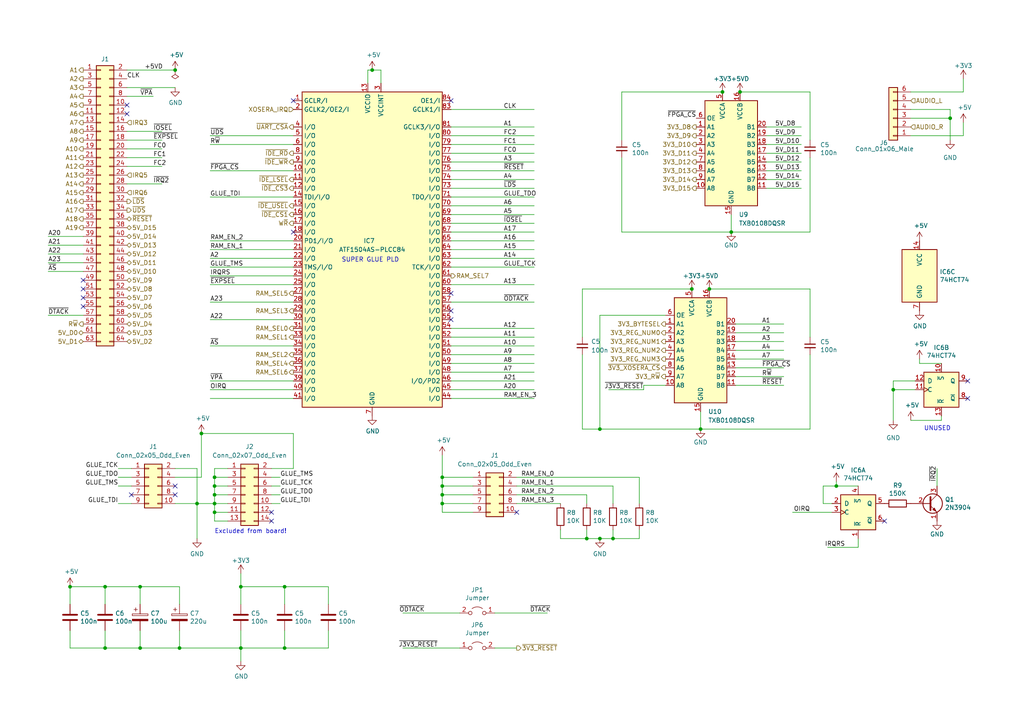
<source format=kicad_sch>
(kicad_sch (version 20230121) (generator eeschema)
  (paper "A4")
  (title_block (title "rosco_m68k Super Board") (date "2024-02-11") (rev "0") (company "The Really Old-School Company Limited & XarkLabs") (comment 1 "Copyright (c)2023") (comment 2 "CERN OHL & MIT License") (comment 3 "Featuring Xosera & MarkM's IDE"))
  (junction (at 212.09 67.31))
  (junction (at 30.48 187.96))
  (junction (at 209.55 26.67))
  (junction (at 20.32 170.18))
  (junction (at 69.85 170.18))
  (junction (at 82.55 170.18))
  (junction (at 82.55 187.96))
  (junction (at 177.8 156.21))
  (junction (at 62.23 146.05))
  (junction (at 173.99 124.46))
  (junction (at 107.95 20.32))
  (junction (at 40.64 170.18))
  (junction (at 57.15 146.05))
  (junction (at 128.27 140.97))
  (junction (at 214.63 26.67))
  (junction (at 128.27 143.51))
  (junction (at 128.27 146.05))
  (junction (at 173.99 156.21))
  (junction (at 62.23 148.59))
  (junction (at 205.74 83.82))
  (junction (at 62.23 143.51))
  (junction (at 200.66 83.82))
  (junction (at 40.64 187.96))
  (junction (at 128.27 138.43))
  (junction (at 259.08 113.03))
  (junction (at 62.23 138.43))
  (junction (at 69.85 187.96))
  (junction (at 50.8 20.32))
  (junction (at 30.48 170.18))
  (junction (at 275.59 34.29))
  (junction (at 62.23 140.97))
  (junction (at 58.42 125.73))
  (junction (at 242.57 140.97))
  (junction (at 52.07 187.96))
  (junction (at 170.18 156.21))
  (junction (at 203.2 124.46))
  (no_connect (at 280.67 115.57))
  (no_connect (at 38.1 143.51))
  (no_connect (at 78.74 151.13))
  (no_connect (at 149.86 148.59))
  (no_connect (at 24.13 81.28))
  (no_connect (at 130.81 29.21))
  (no_connect (at 50.8 143.51))
  (no_connect (at 50.8 140.97))
  (no_connect (at 24.13 86.36))
  (no_connect (at 280.67 110.49))
  (no_connect (at 36.83 33.02))
  (no_connect (at 130.81 90.17))
  (no_connect (at 130.81 85.09))
  (no_connect (at 130.81 92.71))
  (no_connect (at 78.74 148.59))
  (no_connect (at 24.13 83.82))
  (no_connect (at 256.54 151.13))
  (no_connect (at 24.13 88.9))
  (no_connect (at 36.83 30.48))
  (no_connect (at 85.09 29.21))
  (no_connect (at 85.09 67.31))
  (wire (pts (xy 130.81 62.23) (xy 154.94 62.23)))
  (wire (pts (xy 162.56 156.21) (xy 162.56 153.67)))
  (wire (pts (xy 36.83 25.4) (xy 50.8 25.4)))
  (wire (pts (xy 234.95 67.31) (xy 234.95 45.72)))
  (wire (pts (xy 205.74 83.82) (xy 234.95 83.82)))
  (wire (pts (xy 85.09 125.73) (xy 58.42 125.73)))
  (wire (pts (xy 128.27 143.51) (xy 128.27 146.05)))
  (wire (pts (xy 62.23 135.89) (xy 66.04 135.89)))
  (wire (pts (xy 143.51 177.8) (xy 158.75 177.8)))
  (wire (pts (xy 186.69 111.76) (xy 193.04 111.76)))
  (wire (pts (xy 130.81 105.41) (xy 154.94 105.41)))
  (wire (pts (xy 69.85 187.96) (xy 52.07 187.96)))
  (wire (pts (xy 130.81 59.69) (xy 154.94 59.69)))
  (wire (pts (xy 60.96 74.93) (xy 85.09 74.93)))
  (wire (pts (xy 13.97 68.58) (xy 24.13 68.58)))
  (wire (pts (xy 60.96 49.53) (xy 85.09 49.53)))
  (wire (pts (xy 222.25 39.37) (xy 232.41 39.37)))
  (wire (pts (xy 234.95 26.67) (xy 234.95 40.64)))
  (wire (pts (xy 60.96 72.39) (xy 85.09 72.39)))
  (wire (pts (xy 130.81 31.75) (xy 154.94 31.75)))
  (wire (pts (xy 259.08 113.03) (xy 259.08 121.92)))
  (wire (pts (xy 82.55 170.18) (xy 69.85 170.18)))
  (wire (pts (xy 62.23 148.59) (xy 66.04 148.59)))
  (wire (pts (xy 20.32 170.18) (xy 30.48 170.18)))
  (wire (pts (xy 13.97 91.44) (xy 24.13 91.44)))
  (wire (pts (xy 173.99 156.21) (xy 177.8 156.21)))
  (wire (pts (xy 36.83 20.32) (xy 50.8 20.32)))
  (wire (pts (xy 30.48 182.88) (xy 30.48 187.96)))
  (wire (pts (xy 128.27 138.43) (xy 137.16 138.43)))
  (wire (pts (xy 36.83 43.18) (xy 46.99 43.18)))
  (wire (pts (xy 36.83 45.72) (xy 46.99 45.72)))
  (wire (pts (xy 234.95 124.46) (xy 234.95 102.87)))
  (wire (pts (xy 212.09 67.31) (xy 234.95 67.31)))
  (wire (pts (xy 78.74 135.89) (xy 85.09 135.89)))
  (wire (pts (xy 130.81 87.63) (xy 154.94 87.63)))
  (wire (pts (xy 213.36 106.68) (xy 227.33 106.68)))
  (wire (pts (xy 128.27 140.97) (xy 128.27 143.51)))
  (wire (pts (xy 214.63 26.67) (xy 234.95 26.67)))
  (wire (pts (xy 62.23 138.43) (xy 62.23 135.89)))
  (wire (pts (xy 82.55 187.96) (xy 82.55 182.88)))
  (wire (pts (xy 95.25 175.26) (xy 95.25 170.18)))
  (wire (pts (xy 240.03 158.75) (xy 248.92 158.75)))
  (wire (pts (xy 116.84 177.8) (xy 133.35 177.8)))
  (wire (pts (xy 168.91 124.46) (xy 173.99 124.46)))
  (wire (pts (xy 110.49 20.32) (xy 110.49 24.13)))
  (wire (pts (xy 52.07 175.26) (xy 52.07 170.18)))
  (wire (pts (xy 82.55 175.26) (xy 82.55 170.18)))
  (wire (pts (xy 128.27 138.43) (xy 128.27 140.97)))
  (wire (pts (xy 264.16 39.37) (xy 279.4 39.37)))
  (wire (pts (xy 170.18 153.67) (xy 170.18 156.21)))
  (wire (pts (xy 185.42 138.43) (xy 185.42 146.05)))
  (wire (pts (xy 259.08 110.49) (xy 259.08 113.03)))
  (wire (pts (xy 128.27 132.08) (xy 128.27 138.43)))
  (wire (pts (xy 95.25 170.18) (xy 82.55 170.18)))
  (wire (pts (xy 69.85 166.37) (xy 69.85 170.18)))
  (wire (pts (xy 62.23 151.13) (xy 66.04 151.13)))
  (wire (pts (xy 36.83 48.26) (xy 46.99 48.26)))
  (wire (pts (xy 180.34 67.31) (xy 212.09 67.31)))
  (wire (pts (xy 234.95 83.82) (xy 234.95 97.79)))
  (wire (pts (xy 264.16 26.67) (xy 279.4 26.67)))
  (wire (pts (xy 213.36 104.14) (xy 227.33 104.14)))
  (wire (pts (xy 130.81 72.39) (xy 154.94 72.39)))
  (wire (pts (xy 128.27 148.59) (xy 137.16 148.59)))
  (wire (pts (xy 213.36 93.98) (xy 227.33 93.98)))
  (wire (pts (xy 107.95 20.32) (xy 110.49 20.32)))
  (wire (pts (xy 128.27 140.97) (xy 137.16 140.97)))
  (wire (pts (xy 173.99 156.21) (xy 170.18 156.21)))
  (wire (pts (xy 273.05 105.41) (xy 266.7 105.41)))
  (wire (pts (xy 52.07 182.88) (xy 52.07 187.96)))
  (wire (pts (xy 259.08 113.03) (xy 265.43 113.03)))
  (wire (pts (xy 130.81 82.55) (xy 154.94 82.55)))
  (wire (pts (xy 168.91 124.46) (xy 168.91 102.87)))
  (wire (pts (xy 130.81 110.49) (xy 154.94 110.49)))
  (wire (pts (xy 266.7 105.41) (xy 266.7 104.14)))
  (wire (pts (xy 58.42 138.43) (xy 50.8 138.43)))
  (wire (pts (xy 170.18 156.21) (xy 162.56 156.21)))
  (wire (pts (xy 130.81 107.95) (xy 154.94 107.95)))
  (wire (pts (xy 130.81 57.15) (xy 154.94 57.15)))
  (wire (pts (xy 137.16 143.51) (xy 128.27 143.51)))
  (wire (pts (xy 57.15 146.05) (xy 62.23 146.05)))
  (wire (pts (xy 180.34 67.31) (xy 180.34 45.72)))
  (wire (pts (xy 60.96 77.47) (xy 85.09 77.47)))
  (wire (pts (xy 279.4 26.67) (xy 279.4 22.86)))
  (wire (pts (xy 60.96 82.55) (xy 85.09 82.55)))
  (wire (pts (xy 193.04 91.44) (xy 173.99 91.44)))
  (wire (pts (xy 185.42 156.21) (xy 185.42 153.67)))
  (wire (pts (xy 40.64 182.88) (xy 40.64 187.96)))
  (wire (pts (xy 222.25 49.53) (xy 232.41 49.53)))
  (wire (pts (xy 242.57 140.97) (xy 248.92 140.97)))
  (wire (pts (xy 130.81 95.25) (xy 154.94 95.25)))
  (wire (pts (xy 34.29 138.43) (xy 38.1 138.43)))
  (wire (pts (xy 30.48 170.18) (xy 40.64 170.18)))
  (wire (pts (xy 57.15 135.89) (xy 57.15 146.05)))
  (wire (pts (xy 130.81 102.87) (xy 154.94 102.87)))
  (wire (pts (xy 34.29 140.97) (xy 38.1 140.97)))
  (wire (pts (xy 57.15 146.05) (xy 57.15 156.21)))
  (wire (pts (xy 279.4 35.56) (xy 279.4 39.37)))
  (wire (pts (xy 149.86 138.43) (xy 185.42 138.43)))
  (wire (pts (xy 85.09 125.73) (xy 85.09 135.89)))
  (wire (pts (xy 62.23 146.05) (xy 66.04 146.05)))
  (wire (pts (xy 60.96 100.33) (xy 85.09 100.33)))
  (wire (pts (xy 203.2 124.46) (xy 234.95 124.46)))
  (wire (pts (xy 177.8 153.67) (xy 177.8 156.21)))
  (wire (pts (xy 60.96 110.49) (xy 85.09 110.49)))
  (wire (pts (xy 213.36 111.76) (xy 227.33 111.76)))
  (wire (pts (xy 106.68 24.13) (xy 106.68 20.32)))
  (wire (pts (xy 177.8 140.97) (xy 177.8 146.05)))
  (wire (pts (xy 130.81 97.79) (xy 154.94 97.79)))
  (wire (pts (xy 62.23 146.05) (xy 62.23 143.51)))
  (wire (pts (xy 50.8 146.05) (xy 57.15 146.05)))
  (wire (pts (xy 130.81 115.57) (xy 154.94 115.57)))
  (wire (pts (xy 62.23 143.51) (xy 62.23 140.97)))
  (wire (pts (xy 212.09 62.23) (xy 212.09 67.31)))
  (wire (pts (xy 95.25 187.96) (xy 95.25 182.88)))
  (wire (pts (xy 69.85 182.88) (xy 69.85 187.96)))
  (wire (pts (xy 222.25 54.61) (xy 232.41 54.61)))
  (wire (pts (xy 177.8 156.21) (xy 185.42 156.21)))
  (wire (pts (xy 30.48 175.26) (xy 30.48 170.18)))
  (wire (pts (xy 60.96 69.85) (xy 85.09 69.85)))
  (wire (pts (xy 69.85 187.96) (xy 69.85 191.77)))
  (wire (pts (xy 173.99 124.46) (xy 203.2 124.46)))
  (wire (pts (xy 222.25 46.99) (xy 232.41 46.99)))
  (wire (pts (xy 130.81 41.91) (xy 154.94 41.91)))
  (wire (pts (xy 130.81 67.31) (xy 154.94 67.31)))
  (wire (pts (xy 40.64 187.96) (xy 52.07 187.96)))
  (wire (pts (xy 213.36 99.06) (xy 227.33 99.06)))
  (wire (pts (xy 242.57 139.7) (xy 242.57 140.97)))
  (wire (pts (xy 170.18 143.51) (xy 170.18 146.05)))
  (wire (pts (xy 36.83 38.1) (xy 46.99 38.1)))
  (wire (pts (xy 130.81 64.77) (xy 154.94 64.77)))
  (wire (pts (xy 69.85 170.18) (xy 69.85 175.26)))
  (wire (pts (xy 62.23 143.51) (xy 66.04 143.51)))
  (wire (pts (xy 60.96 92.71) (xy 85.09 92.71)))
  (wire (pts (xy 50.8 135.89) (xy 57.15 135.89)))
  (wire (pts (xy 81.28 140.97) (xy 78.74 140.97)))
  (wire (pts (xy 168.91 83.82) (xy 200.66 83.82)))
  (wire (pts (xy 62.23 140.97) (xy 62.23 138.43)))
  (wire (pts (xy 238.76 140.97) (xy 242.57 140.97)))
  (wire (pts (xy 186.69 113.03) (xy 186.69 111.76)))
  (wire (pts (xy 36.83 53.34) (xy 46.99 53.34)))
  (wire (pts (xy 60.96 87.63) (xy 85.09 87.63)))
  (wire (pts (xy 222.25 41.91) (xy 232.41 41.91)))
  (wire (pts (xy 130.81 100.33) (xy 154.94 100.33)))
  (wire (pts (xy 130.81 74.93) (xy 154.94 74.93)))
  (wire (pts (xy 259.08 110.49) (xy 265.43 110.49)))
  (wire (pts (xy 130.81 49.53) (xy 154.94 49.53)))
  (wire (pts (xy 213.36 109.22) (xy 227.33 109.22)))
  (wire (pts (xy 34.29 146.05) (xy 38.1 146.05)))
  (wire (pts (xy 264.16 34.29) (xy 275.59 34.29)))
  (wire (pts (xy 34.29 135.89) (xy 38.1 135.89)))
  (wire (pts (xy 81.28 143.51) (xy 78.74 143.51)))
  (wire (pts (xy 264.16 121.92) (xy 273.05 121.92)))
  (wire (pts (xy 62.23 138.43) (xy 66.04 138.43)))
  (wire (pts (xy 238.76 146.05) (xy 241.3 146.05)))
  (wire (pts (xy 229.87 148.59) (xy 241.3 148.59)))
  (wire (pts (xy 130.81 52.07) (xy 154.94 52.07)))
  (wire (pts (xy 81.28 138.43) (xy 78.74 138.43)))
  (wire (pts (xy 238.76 140.97) (xy 238.76 146.05)))
  (wire (pts (xy 62.23 148.59) (xy 62.23 151.13)))
  (wire (pts (xy 69.85 187.96) (xy 82.55 187.96)))
  (wire (pts (xy 143.51 187.96) (xy 149.86 187.96)))
  (wire (pts (xy 20.32 175.26) (xy 20.32 170.18)))
  (wire (pts (xy 116.84 187.96) (xy 133.35 187.96)))
  (wire (pts (xy 30.48 187.96) (xy 40.64 187.96)))
  (wire (pts (xy 275.59 31.75) (xy 275.59 34.29)))
  (wire (pts (xy 213.36 96.52) (xy 227.33 96.52)))
  (wire (pts (xy 40.64 170.18) (xy 52.07 170.18)))
  (wire (pts (xy 60.96 113.03) (xy 85.09 113.03)))
  (wire (pts (xy 213.36 101.6) (xy 227.33 101.6)))
  (wire (pts (xy 222.25 52.07) (xy 232.41 52.07)))
  (wire (pts (xy 20.32 187.96) (xy 30.48 187.96)))
  (wire (pts (xy 248.92 158.75) (xy 248.92 156.21)))
  (wire (pts (xy 180.34 40.64) (xy 180.34 26.67)))
  (wire (pts (xy 130.81 77.47) (xy 154.94 77.47)))
  (wire (pts (xy 60.96 57.15) (xy 85.09 57.15)))
  (wire (pts (xy 168.91 97.79) (xy 168.91 83.82)))
  (wire (pts (xy 173.99 91.44) (xy 173.99 124.46)))
  (wire (pts (xy 130.81 69.85) (xy 154.94 69.85)))
  (wire (pts (xy 82.55 187.96) (xy 95.25 187.96)))
  (wire (pts (xy 13.97 76.2) (xy 24.13 76.2)))
  (wire (pts (xy 60.96 41.91) (xy 85.09 41.91)))
  (wire (pts (xy 149.86 143.51) (xy 170.18 143.51)))
  (wire (pts (xy 130.81 39.37) (xy 154.94 39.37)))
  (wire (pts (xy 130.81 113.03) (xy 154.94 113.03)))
  (wire (pts (xy 176.53 113.03) (xy 186.69 113.03)))
  (wire (pts (xy 60.96 115.57) (xy 85.09 115.57)))
  (wire (pts (xy 130.81 46.99) (xy 154.94 46.99)))
  (wire (pts (xy 36.83 27.94) (xy 44.45 27.94)))
  (wire (pts (xy 62.23 146.05) (xy 62.23 148.59)))
  (wire (pts (xy 222.25 44.45) (xy 232.41 44.45)))
  (wire (pts (xy 40.64 175.26) (xy 40.64 170.18)))
  (wire (pts (xy 13.97 71.12) (xy 24.13 71.12)))
  (wire (pts (xy 20.32 182.88) (xy 20.32 187.96)))
  (wire (pts (xy 81.28 146.05) (xy 78.74 146.05)))
  (wire (pts (xy 180.34 26.67) (xy 209.55 26.67)))
  (wire (pts (xy 130.81 36.83) (xy 154.94 36.83)))
  (wire (pts (xy 58.42 125.73) (xy 58.42 138.43)))
  (wire (pts (xy 130.81 44.45) (xy 154.94 44.45)))
  (wire (pts (xy 271.78 135.89) (xy 271.78 140.97)))
  (wire (pts (xy 203.2 119.38) (xy 203.2 124.46)))
  (wire (pts (xy 149.86 140.97) (xy 177.8 140.97)))
  (wire (pts (xy 13.97 73.66) (xy 24.13 73.66)))
  (wire (pts (xy 264.16 31.75) (xy 275.59 31.75)))
  (wire (pts (xy 273.05 121.92) (xy 273.05 120.65)))
  (wire (pts (xy 149.86 146.05) (xy 162.56 146.05)))
  (wire (pts (xy 36.83 40.64) (xy 46.99 40.64)))
  (wire (pts (xy 128.27 146.05) (xy 137.16 146.05)))
  (wire (pts (xy 13.97 78.74) (xy 24.13 78.74)))
  (wire (pts (xy 62.23 140.97) (xy 66.04 140.97)))
  (wire (pts (xy 106.68 20.32) (xy 107.95 20.32)))
  (wire (pts (xy 60.96 39.37) (xy 85.09 39.37)))
  (wire (pts (xy 128.27 146.05) (xy 128.27 148.59)))
  (wire (pts (xy 130.81 54.61) (xy 154.94 54.61)))
  (wire (pts (xy 275.59 34.29) (xy 275.59 40.64)))
  (wire (pts (xy 60.96 80.01) (xy 85.09 80.01)))
  (wire (pts (xy 222.25 36.83) (xy 232.41 36.83)))
  (text "SUPER GLUE PLD" (at 99.06 76.2 0) (effects (font (size 1.27 1.27)) (justify left bottom)))
  (text "UNUSED" (at 267.97 125.095 0) (effects (font (size 1.27 1.27)) (justify left bottom)))
  (text "Excluded from board!" (at 62.23 154.94 0) (effects (font (size 1.27 1.27)) (justify left bottom)))
  (label "RAM_EN_3" (at 146.05 115.57 0))
  (label "A23" (at 13.97 76.2 0))
  (label "R~{W}" (at 220.98 109.22 0))
  (label "OIRQ" (at 234.95 148.59 180))
  (label "A12" (at 146.05 95.25 0))
  (label "~{J3V3_RESET}" (at 186.69 113.03 180))
  (label "GLUE_TCK" (at 81.28 140.97 0))
  (label "~{IOSEL}" (at 146.05 64.77 0))
  (label "~{ODTACK}" (at 123.19 177.8 180))
  (label "OIRQ" (at 60.96 113.03 0))
  (label "5V_D12" (at 224.79 46.99 0))
  (label "GLUE_TDI" (at 34.29 146.05 180))
  (label "~{UDS}" (at 60.96 39.37 0))
  (label "~{AS}" (at 13.97 78.74 0))
  (label "A3" (at 220.98 99.06 0))
  (label "FC0" (at 146.05 44.45 0))
  (label "A6" (at 146.05 59.69 0))
  (label "A7" (at 146.05 107.95 0))
  (label "5V_D8" (at 224.79 36.83 0))
  (label "GLUE_TMS" (at 81.28 138.43 0))
  (label "A13" (at 146.05 82.55 0))
  (label "~{AS}" (at 60.96 100.33 0))
  (label "GLUE_TCK" (at 34.29 135.89 180))
  (label "~{VPA}" (at 60.96 110.49 0))
  (label "R~{W}" (at 60.96 41.91 0))
  (label "A8" (at 146.05 105.41 0))
  (label "RAM_EN_2" (at 151.13 143.51 0))
  (label "~{EXPSEL}" (at 60.96 82.55 0))
  (label "5V_D11" (at 224.79 44.45 0))
  (label "A3" (at 146.05 46.99 0))
  (label "RAM_EN_2" (at 60.96 69.85 0))
  (label "~{IRQ2}" (at 44.45 53.34 0))
  (label "FC2" (at 44.45 48.26 0))
  (label "~{ODTACK}" (at 146.05 87.63 0))
  (label "A1" (at 220.98 93.98 0))
  (label "CLK" (at 36.83 22.86 0))
  (label "~{VPA}" (at 40.64 27.94 0))
  (label "GLUE_TDO" (at 146.05 57.15 0))
  (label "5V_D9" (at 224.79 39.37 0))
  (label "A20" (at 13.97 68.58 0))
  (label "~{J3V3_RESET}" (at 127 187.96 180))
  (label "A10" (at 146.05 100.33 0))
  (label "FC1" (at 44.45 45.72 0))
  (label "5V_D15" (at 224.79 54.61 0))
  (label "GLUE_TDI" (at 81.28 146.05 0))
  (label "IRQRS" (at 245.11 158.75 180))
  (label "A2" (at 60.96 74.93 0))
  (label "A5" (at 146.05 62.23 0))
  (label "~{IOSEL}" (at 44.45 38.1 0))
  (label "IRQRS" (at 60.96 80.01 0))
  (label "RAM_EN_1" (at 151.13 140.97 0))
  (label "A14" (at 146.05 74.93 0))
  (label "~{IRQ2}" (at 271.78 139.7 90))
  (label "RAM_EN_3" (at 151.13 146.05 0))
  (label "5V_D14" (at 224.79 52.07 0))
  (label "~{FPGA_CS}" (at 220.98 106.68 0))
  (label "CLK" (at 146.05 31.75 0))
  (label "A17" (at 146.05 67.31 0))
  (label "A20" (at 146.05 113.03 0))
  (label "5V_D10" (at 224.79 41.91 0))
  (label "A22" (at 13.97 73.66 0))
  (label "A2" (at 220.98 96.52 0))
  (label "~{FPGA_CS}" (at 60.96 49.53 0))
  (label "GLUE_TDO" (at 81.28 143.51 0))
  (label "A21" (at 146.05 110.49 0))
  (label "A1" (at 146.05 36.83 0))
  (label "GLUE_TDI" (at 60.96 57.15 0))
  (label "GLUE_TMS" (at 60.96 77.47 0))
  (label "A9" (at 146.05 102.87 0))
  (label "A4" (at 146.05 52.07 0))
  (label "FC2" (at 146.05 39.37 0))
  (label "GLUE_TMS" (at 34.29 140.97 180))
  (label "A22" (at 60.96 92.71 0))
  (label "A15" (at 146.05 72.39 0))
  (label "~{FPGA_CS}" (at 201.93 34.29 180))
  (label "~{DTACK}" (at 153.67 177.8 0))
  (label "~{EXPSEL}" (at 44.45 40.64 0))
  (label "A16" (at 146.05 69.85 0))
  (label "A7" (at 220.98 104.14 0))
  (label "~{RESET}" (at 146.05 49.53 0))
  (label "A21" (at 13.97 71.12 0))
  (label "~{RESET}" (at 220.98 111.76 0))
  (label "~{LDS}" (at 146.05 54.61 0))
  (label "GLUE_TCK" (at 146.05 77.47 0))
  (label "RAM_EN_1" (at 60.96 72.39 0))
  (label "+5VD" (at 41.91 20.32 0))
  (label "RAM_EN_0" (at 151.13 138.43 0))
  (label "A11" (at 146.05 97.79 0))
  (label "A23" (at 60.96 87.63 0))
  (label "GLUE_TDO" (at 34.29 138.43 180))
  (label "FC0" (at 44.45 43.18 0))
  (label "FC1" (at 146.05 41.91 0))
  (label "A4" (at 220.98 101.6 0))
  (label "~{DTACK}" (at 13.97 91.44 0))
  (label "5V_D13" (at 224.79 49.53 0))
  (hierarchical_label "5V_D6" (shape bidirectional) (at 36.83 88.9 0))
  (hierarchical_label "A16" (shape output) (at 24.13 58.42 180))
  (hierarchical_label "~{IDE_CS3}" (shape output) (at 85.09 54.61 180))
  (hierarchical_label "5V_D15" (shape bidirectional) (at 36.83 66.04 0))
  (hierarchical_label "~{IDE_RD}" (shape output) (at 85.09 44.45 180))
  (hierarchical_label "~{IDE_USEL}" (shape output) (at 85.09 59.69 180))
  (hierarchical_label "A2" (shape output) (at 24.13 22.86 180))
  (hierarchical_label "W~{R}" (shape output) (at 85.09 64.77 180))
  (hierarchical_label "3V3_REG_NUM1" (shape output) (at 193.04 99.06 180))
  (hierarchical_label "A17" (shape output) (at 24.13 60.96 180))
  (hierarchical_label "A19" (shape output) (at 24.13 66.04 180))
  (hierarchical_label "IRQ6" (shape input) (at 36.83 55.88 0))
  (hierarchical_label "A11" (shape output) (at 24.13 45.72 180))
  (hierarchical_label "A4" (shape output) (at 24.13 27.94 180))
  (hierarchical_label "5V_D13" (shape bidirectional) (at 36.83 71.12 0))
  (hierarchical_label "A3" (shape output) (at 24.13 25.4 180))
  (hierarchical_label "A5" (shape output) (at 24.13 30.48 180))
  (hierarchical_label "3V3_D13" (shape output) (at 201.93 49.53 180))
  (hierarchical_label "~{UDS}" (shape output) (at 36.83 60.96 0))
  (hierarchical_label "A14" (shape output) (at 24.13 53.34 180))
  (hierarchical_label "~{RESET}" (shape bidirectional) (at 36.83 63.5 0))
  (hierarchical_label "3V3_D10" (shape output) (at 201.93 41.91 180))
  (hierarchical_label "5V_D11" (shape bidirectional) (at 36.83 76.2 0))
  (hierarchical_label "A9" (shape output) (at 24.13 40.64 180))
  (hierarchical_label "A15" (shape output) (at 24.13 55.88 180))
  (hierarchical_label "A1" (shape output) (at 24.13 20.32 180))
  (hierarchical_label "R~{W}" (shape output) (at 24.13 93.98 180))
  (hierarchical_label "~{IDE_WR}" (shape output) (at 85.09 46.99 180))
  (hierarchical_label "3V3_D12" (shape output) (at 201.93 46.99 180))
  (hierarchical_label "5V_D0" (shape bidirectional) (at 24.13 96.52 180))
  (hierarchical_label "RAM_SEL3" (shape output) (at 85.09 90.17 180))
  (hierarchical_label "A7" (shape output) (at 24.13 35.56 180))
  (hierarchical_label "5V_D12" (shape bidirectional) (at 36.83 73.66 0))
  (hierarchical_label "5V_D9" (shape bidirectional) (at 36.83 81.28 0))
  (hierarchical_label "RAM_SEL6" (shape output) (at 85.09 107.95 180))
  (hierarchical_label "RAM_SEL4" (shape output) (at 85.09 105.41 180))
  (hierarchical_label "5V_D10" (shape bidirectional) (at 36.83 78.74 0))
  (hierarchical_label "5V_D4" (shape bidirectional) (at 36.83 93.98 0))
  (hierarchical_label "5V_D8" (shape bidirectional) (at 36.83 83.82 0))
  (hierarchical_label "5V_D1" (shape bidirectional) (at 24.13 99.06 180))
  (hierarchical_label "5V_D7" (shape bidirectional) (at 36.83 86.36 0))
  (hierarchical_label "3V3_BYTESEL" (shape output) (at 193.04 93.98 180))
  (hierarchical_label "AUDIO_R" (shape input) (at 264.16 36.83 0))
  (hierarchical_label "RAM_SEL0" (shape output) (at 85.09 95.25 180))
  (hierarchical_label "3V3_D14" (shape output) (at 201.93 52.07 180))
  (hierarchical_label "A12" (shape output) (at 24.13 48.26 180))
  (hierarchical_label "XOSERA_IRQ" (shape input) (at 85.09 31.75 180))
  (hierarchical_label "~{UART_CSA}" (shape output) (at 85.09 36.83 180))
  (hierarchical_label "~{IDE_CS1}" (shape output) (at 85.09 62.23 180))
  (hierarchical_label "~{IDE_LSEL}" (shape output) (at 85.09 52.07 180))
  (hierarchical_label "RAM_SEL5" (shape output) (at 85.09 85.09 180))
  (hierarchical_label "~{3V3_RESET}" (shape output) (at 149.86 187.96 0))
  (hierarchical_label "A8" (shape output) (at 24.13 38.1 180))
  (hierarchical_label "A18" (shape output) (at 24.13 63.5 180))
  (hierarchical_label "3V3_D11" (shape output) (at 201.93 44.45 180))
  (hierarchical_label "AUDIO_L" (shape input) (at 264.16 29.21 0))
  (hierarchical_label "3V3_REG_NUM0" (shape output) (at 193.04 96.52 180))
  (hierarchical_label "A13" (shape output) (at 24.13 50.8 180))
  (hierarchical_label "3V3_R~{W}" (shape output) (at 193.04 109.22 180))
  (hierarchical_label "IRQ5" (shape input) (at 36.83 50.8 0))
  (hierarchical_label "~{3V3_XOSERA_CS}" (shape output) (at 193.04 106.68 180))
  (hierarchical_label "3V3_REG_NUM3" (shape output) (at 193.04 104.14 180))
  (hierarchical_label "RAM_SEL2" (shape output) (at 85.09 102.87 180))
  (hierarchical_label "3V3_D9" (shape output) (at 201.93 39.37 180))
  (hierarchical_label "IRQ3" (shape input) (at 36.83 35.56 0))
  (hierarchical_label "A6" (shape output) (at 24.13 33.02 180))
  (hierarchical_label "RAM_SEL7" (shape output) (at 130.81 80.01 0))
  (hierarchical_label "RAM_SEL1" (shape output) (at 85.09 97.79 180))
  (hierarchical_label "3V3_D15" (shape output) (at 201.93 54.61 180))
  (hierarchical_label "3V3_D8" (shape output) (at 201.93 36.83 180))
  (hierarchical_label "5V_D3" (shape bidirectional) (at 36.83 96.52 0))
  (hierarchical_label "A10" (shape output) (at 24.13 43.18 180))
  (hierarchical_label "3V3_REG_NUM2" (shape output) (at 193.04 101.6 180))
  (hierarchical_label "5V_D2" (shape bidirectional) (at 36.83 99.06 0))
  (hierarchical_label "~{LDS}" (shape output) (at 36.83 58.42 0))
  (hierarchical_label "5V_D5" (shape bidirectional) (at 36.83 91.44 0))
  (hierarchical_label "5V_D14" (shape bidirectional) (at 36.83 68.58 0))
  (symbol (lib_id "Device:C_Small") (at 168.91 100.33 0) (unit 1)
    (property "Reference" "C5" (at 171.45 99.06 0) (effects (justify left)))
    (property "Value" "100n" (at 171.45 101.6 0) (effects (justify left)))
    (property "Footprint" "Capacitor_SMD:C_0402_1005Metric" (effects hide))
    (instances (project "xosera" (path "" (reference "C5") (unit 1))) (project "Xosera2" (path "" (reference "C5") (unit 1)) (path "" (reference "C57") (unit 1))))
  )
  (symbol (lib_id "power:+5VD") (at 214.63 26.67 0) (unit 1)
    (property "Reference" "#PWR099" (effects hide))
    (property "Value" "+5VD" (at 214.63 22.86 0))
  )
  (symbol (lib_id "Device:C_Polarized") (at 40.64 179.07 0) (unit 1)
    (property "Reference" "C7" (at 43.6372 177.9016 0) (effects (justify left)))
    (property "Value" "100u" (at 43.6372 180.213 0) (effects (justify left)))
    (property "Footprint" "Capacitor_SMD:CP_Elec_6.3x5.4" (effects hide))
    (property "LCSC" "C4747963" (effects hide))
    (instances (project "ata-ide" (path "" (reference "C7") (unit 1))) (project "Xosera2" (path "" (reference "C73") (unit 1)) (path "" (reference "C46") (unit 1))))
  )
  (symbol (lib_id "Device:C") (at 95.25 179.07 0) (unit 1)
    (property "Reference" "C5" (at 98.171 177.9016 0) (effects (justify left)))
    (property "Value" "100n" (at 98.171 180.213 0) (effects (justify left)))
    (property "Footprint" "Capacitor_SMD:C_0402_1005Metric" (effects hide))
    (instances (project "xosera" (path "" (reference "C5") (unit 1))) (project "Xosera2" (path "" (reference "C5") (unit 1)) (path "" (reference "C52") (unit 1))))
  )
  (symbol (lib_id "power:+5V") (at 50.8 20.32 0) (unit 1)
    (property "Reference" "#PWR064" (effects hide))
    (property "Value" "+5VD" (at 51.181 15.9258 0))
    (instances (project "UPduino_v3.0" (path "" (reference "#PWR064") (unit 1))) (project "Xosera2" (path "" (reference "#PWR056") (unit 1)) (path "" (reference "#PWR093") (unit 1))))
  )
  (symbol (lib_id "power:PWR_FLAG") (at 50.8 20.32 180) (unit 1)
    (property "Reference" "#GND01" (effects hide))
    (property "Value" "PWR_FLAG" (effects hide))
  )
  (symbol (lib_id "74xx:74LS74") (at 248.92 148.59 0) (unit 1)
    (property "Reference" "IC6" (at 248.92 136.3726 0))
    (property "Value" "74HCT74" (at 248.92 138.684 0))
    (property "Footprint" "Package_SO:SOIC-14_3.9x8.7mm_P1.27mm" (effects hide))
    (property "Datasheet" "74xx/74hc_hct74.pdf" (effects hide))
    (instances (project "xosera" (path "" (reference "IC6") (unit 1))) (project "Xosera2" (path "" (reference "IC3") (unit 1)) (path "" (reference "IC8") (unit 1))))
  )
  (symbol (lib_id "power:+3V3") (at 279.4 22.86 0) (unit 1)
    (property "Reference" "#PWR020" (effects hide))
    (property "Value" "+3V3" (at 279.4 19.05 0))
    (instances (project "rosco_m68k" (path "" (reference "#PWR020") (unit 1))) (project "Xosera2" (path "" (reference "#PWR0112") (unit 1))))
  )
  (symbol (lib_id "power:GND") (at 50.8 25.4 0) (unit 1)
    (property "Reference" "#PWR01" (effects hide))
    (property "Value" "GND" (at 50.927 29.7942 0))
    (instances (project "xosera" (path "" (reference "#PWR01") (unit 1))) (project "Xosera2" (path "" (reference "#PWR02") (unit 1)) (path "" (reference "#PWR094") (unit 1))))
  )
  (symbol (lib_id "power:GND") (at 275.59 40.64 0) (unit 1)
    (property "Reference" "#PWR0111" (effects hide))
    (property "Value" "GND" (at 275.59 45.72 0))
  )
  (symbol (lib_id "power:GND") (at 271.78 151.13 0) (unit 1)
    (property "Reference" "#PWR024" (effects hide))
    (property "Value" "GND" (at 271.78 154.94 0))
    (instances (project "rosco_m68k" (path "" (reference "#PWR024") (unit 1))) (project "Xosera2" (path "" (reference "#PWR0130") (unit 1))))
  )
  (symbol (lib_id "Device:C") (at 20.32 179.07 0) (unit 1)
    (property "Reference" "C5" (at 23.241 177.9016 0) (effects (justify left)))
    (property "Value" "100n" (at 23.241 180.213 0) (effects (justify left)))
    (property "Footprint" "Capacitor_SMD:C_0402_1005Metric" (effects hide))
    (instances (project "xosera" (path "" (reference "C5") (unit 1))) (project "Xosera2" (path "" (reference "C5") (unit 1)) (path "" (reference "C44") (unit 1))))
  )
  (symbol (lib_id "CPLD_Microchip:ATF1504AS-PLCC84") (at 107.95 72.39 0) (unit 1)
    (property "Reference" "IC7" (at 105.41 69.85 0) (effects (justify left)))
    (property "Value" "ATF1504AS-PLCC84" (at 107.95 72.39 0))
    (property "Footprint" "Package_LCC:PLCC-84_THT-Socket" (effects hide))
    (property "Datasheet" "https://ww1.microchip.com/downloads/en/DeviceDoc/Atmel-0950-CPLD-ATF1504AS(L)-Datasheet.pdf" (effects hide))
  )
  (symbol (lib_id "Device:C_Polarized") (at 52.07 179.07 0) (unit 1)
    (property "Reference" "C7" (at 55.0672 177.9016 0) (effects (justify left)))
    (property "Value" "220u" (at 55.0672 180.213 0) (effects (justify left)))
    (property "Footprint" "Capacitor_SMD:CP_Elec_6.3x5.4" (effects hide))
    (instances (project "ata-ide" (path "" (reference "C7") (unit 1))) (project "Xosera2" (path "" (reference "C73") (unit 1)) (path "" (reference "C47") (unit 1))))
  )
  (symbol (lib_id "power:+5V") (at 279.4 35.56 0) (unit 1)
    (property "Reference" "#PWR064" (effects hide))
    (property "Value" "+5VD" (at 279.781 31.1658 0))
    (instances (project "UPduino_v3.0" (path "" (reference "#PWR064") (unit 1))) (project "Xosera2" (path "" (reference "#PWR056") (unit 1)) (path "" (reference "#PWR0113") (unit 1))))
  )
  (symbol (lib_id "Device:R") (at 162.56 149.86 180) (unit 1)
    (property "Reference" "R8" (at 164.338 148.6916 0) (effects (justify right)))
    (property "Value" "10K" (at 164.338 151.003 0) (effects (justify right)))
    (property "Footprint" "Resistor_SMD:R_0603_1608Metric" (effects hide))
    (instances (project "UPduino_v3.0" (path "" (reference "R8") (unit 1))) (project "Xosera2" (path "" (reference "R8") (unit 1)) (path "" (reference "R30") (unit 1))))
  )
  (symbol (lib_id "power:+3V3") (at 69.85 166.37 0) (unit 1)
    (property "Reference" "#PWR020" (effects hide))
    (property "Value" "+3V3" (at 69.85 162.56 0))
    (instances (project "rosco_m68k" (path "" (reference "#PWR020") (unit 1))) (project "Xosera2" (path "" (reference "#PWR095") (unit 1))))
  )
  (symbol (lib_id "Device:C_Small") (at 234.95 43.18 0) (unit 1)
    (property "Reference" "C5" (at 237.871 42.0116 0) (effects (justify left)))
    (property "Value" "100n" (at 237.871 44.323 0) (effects (justify left)))
    (property "Footprint" "Capacitor_SMD:C_0402_1005Metric" (effects hide))
    (instances (project "xosera" (path "" (reference "C5") (unit 1))) (project "Xosera2" (path "" (reference "C5") (unit 1)) (path "" (reference "C56") (unit 1))))
  )
  (symbol (lib_id "power:GND") (at 69.85 191.77 0) (unit 1)
    (property "Reference" "#PWR01" (effects hide))
    (property "Value" "GND" (at 69.977 196.1642 0))
    (instances (project "xosera" (path "" (reference "#PWR01") (unit 1))) (project "Xosera2" (path "" (reference "#PWR02") (unit 1)) (path "" (reference "#PWR096") (unit 1))))
  )
  (symbol (lib_id "Device:C") (at 30.48 179.07 0) (unit 1)
    (property "Reference" "C6" (at 33.401 177.9016 0) (effects (justify left)))
    (property "Value" "100n" (at 33.401 180.213 0) (effects (justify left)))
    (property "Footprint" "Capacitor_SMD:C_0402_1005Metric" (effects hide))
    (instances (project "xosera" (path "" (reference "C6") (unit 1))) (project "Xosera2" (path "" (reference "C6") (unit 1)) (path "" (reference "C45") (unit 1))))
  )
  (symbol (lib_id "power:+5V") (at 58.42 125.73 0) (unit 1)
    (property "Reference" "#PWR064" (effects hide))
    (property "Value" "+5VD" (at 58.801 121.3358 0))
    (instances (project "UPduino_v3.0" (path "" (reference "#PWR064") (unit 1))) (project "Xosera2" (path "" (reference "#PWR056") (unit 1)) (path "" (reference "#PWR0132") (unit 1))))
  )
  (symbol (lib_id "Logic_LevelTranslator:TXB0108DQSR") (at 203.2 101.6 0) (unit 1)
    (property "Reference" "U10" (at 205.3941 119.38 0) (effects (justify left)))
    (property "Value" "TXB0108DQSR" (at 205.3941 121.92 0) (effects (justify left)))
    (property "Footprint" "Package_SO:TSSOP-20_4.4x6.5mm_P0.65mm" (effects hide))
    (property "Datasheet" "http://www.ti.com/lit/ds/symlink/txb0108.pdf" (effects hide))
    (property "LCSC" "C17206" (effects hide))
    (instances (project "rosco_m68k" (path "" (reference "U10") (unit 1))) (project "Xosera2" (path "" (reference "IC12") (unit 1))))
  )
  (symbol (lib_id "power:GND") (at 266.7 90.17 0) (unit 1)
    (property "Reference" "#PWR01" (effects hide))
    (property "Value" "GND" (at 266.827 94.5642 0))
    (instances (project "xosera" (path "" (reference "#PWR01") (unit 1))) (project "Xosera2" (path "" (reference "#PWR02") (unit 1)) (path "" (reference "#PWR0101") (unit 1))))
  )
  (symbol (lib_id "Device:R") (at 177.8 149.86 180) (unit 1)
    (property "Reference" "R8" (at 179.578 148.6916 0) (effects (justify right)))
    (property "Value" "10K" (at 179.578 151.003 0) (effects (justify right)))
    (property "Footprint" "Resistor_SMD:R_0603_1608Metric" (effects hide))
    (instances (project "UPduino_v3.0" (path "" (reference "R8") (unit 1))) (project "Xosera2" (path "" (reference "R8") (unit 1)) (path "" (reference "R32") (unit 1))))
  )
  (symbol (lib_id "power:GND") (at 212.09 67.31 0) (unit 1)
    (property "Reference" "#PWR021" (effects hide))
    (property "Value" "GND" (at 212.09 71.12 0))
    (instances (project "rosco_m68k" (path "" (reference "#PWR021") (unit 1))) (project "Xosera2" (path "" (reference "#PWR098") (unit 1))))
  )
  (symbol (lib_id "power:GND") (at 57.15 156.21 0) (unit 1)
    (property "Reference" "#PWR07" (effects hide))
    (property "Value" "GND" (at 57.15 160.655 0))
    (instances (project "ATF15xxProgBoard" (path "" (reference "#PWR07") (unit 1))) (project "Xosera2" (path "" (reference "#PWR0102") (unit 1))))
  )
  (symbol (lib_id "Connector_Generic:Conn_02x07_Odd_Even") (at 71.12 143.51 0) (unit 1) (on_board no)
    (property "Reference" "J2" (at 72.39 129.54 0))
    (property "Value" "Conn_02x07_Odd_Even" (at 72.39 132.08 0))
    (property "Footprint" "Connector_IDC:IDC-Header_2x07_P2.54mm_Vertical" (effects hide))
    (instances (project "ATF15xxProgBoard" (path "" (reference "J2") (unit 1))) (project "Xosera2" (path "" (reference "J14") (unit 1))))
  )
  (symbol (lib_id "Jumper:Jumper_2_Open") (at 138.43 177.8 0) (mirror y) (unit 1)
    (property "Reference" "JP1" (at 138.43 171.0944 0))
    (property "Value" "Jumper" (at 138.43 173.4058 0))
    (property "Footprint" "Connector_PinHeader_2.54mm:PinHeader_1x02_P2.54mm_Vertical" (effects hide))
  )
  (symbol (lib_id "Device:C_Small") (at 234.95 100.33 0) (unit 1)
    (property "Reference" "C5" (at 237.871 99.1616 0) (effects (justify left)))
    (property "Value" "100n" (at 237.871 101.473 0) (effects (justify left)))
    (property "Footprint" "Capacitor_SMD:C_0402_1005Metric" (effects hide))
    (instances (project "xosera" (path "" (reference "C5") (unit 1))) (project "Xosera2" (path "" (reference "C5") (unit 1)) (path "" (reference "C58") (unit 1))))
  )
  (symbol (lib_id "power:+5V") (at 266.7 104.14 0) (unit 1)
    (property "Reference" "#PWR064" (effects hide))
    (property "Value" "+5VD" (at 267.081 99.7458 0))
    (instances (project "UPduino_v3.0" (path "" (reference "#PWR064") (unit 1))) (project "Xosera2" (path "" (reference "#PWR056") (unit 1)) (path "" (reference "#PWR0110") (unit 1))))
  )
  (symbol (lib_id "power:+5V") (at 20.32 170.18 0) (unit 1)
    (property "Reference" "#PWR064" (effects hide))
    (property "Value" "+5VD" (at 20.701 165.7858 0))
    (instances (project "UPduino_v3.0" (path "" (reference "#PWR064") (unit 1))) (project "Xosera2" (path "" (reference "#PWR056") (unit 1)) (path "" (reference "#PWR092") (unit 1))))
  )
  (symbol (lib_id "Device:R") (at 170.18 149.86 180) (unit 1)
    (property "Reference" "R8" (at 171.958 148.6916 0) (effects (justify right)))
    (property "Value" "10K" (at 171.958 151.003 0) (effects (justify right)))
    (property "Footprint" "Resistor_SMD:R_0603_1608Metric" (effects hide))
    (instances (project "UPduino_v3.0" (path "" (reference "R8") (unit 1))) (project "Xosera2" (path "" (reference "R8") (unit 1)) (path "" (reference "R31") (unit 1))))
  )
  (symbol (lib_id "power:+3V3") (at 200.66 83.82 0) (unit 1)
    (property "Reference" "#PWR023" (effects hide))
    (property "Value" "+3V3" (at 200.66 80.01 0))
    (instances (project "rosco_m68k" (path "" (reference "#PWR023") (unit 1))) (project "Xosera2" (path "" (reference "#PWR0104") (unit 1))))
  )
  (symbol (lib_id "power:+5V") (at 266.7 69.85 0) (unit 1)
    (property "Reference" "#PWR064" (effects hide))
    (property "Value" "+5VD" (at 267.081 65.4558 0))
    (instances (project "UPduino_v3.0" (path "" (reference "#PWR064") (unit 1))) (project "Xosera2" (path "" (reference "#PWR056") (unit 1)) (path "" (reference "#PWR0100") (unit 1))))
  )
  (symbol (lib_id "power:+5V") (at 264.16 121.92 0) (unit 1)
    (property "Reference" "#PWR064" (effects hide))
    (property "Value" "+5VD" (at 264.541 117.5258 0))
    (instances (project "UPduino_v3.0" (path "" (reference "#PWR064") (unit 1))) (project "Xosera2" (path "" (reference "#PWR056") (unit 1)) (path "" (reference "#PWR0109") (unit 1))))
  )
  (symbol (lib_id "Device:C_Small") (at 180.34 43.18 0) (unit 1)
    (property "Reference" "C5" (at 183.261 42.0116 0) (effects (justify left)))
    (property "Value" "100n" (at 183.261 44.323 0) (effects (justify left)))
    (property "Footprint" "Capacitor_SMD:C_0402_1005Metric" (effects hide))
    (instances (project "xosera" (path "" (reference "C5") (unit 1))) (project "Xosera2" (path "" (reference "C5") (unit 1)) (path "" (reference "C55") (unit 1))))
  )
  (symbol (lib_id "Device:R") (at 185.42 149.86 180) (unit 1)
    (property "Reference" "R8" (at 187.198 148.6916 0) (effects (justify right)))
    (property "Value" "10K" (at 187.198 151.003 0) (effects (justify right)))
    (property "Footprint" "Resistor_SMD:R_0603_1608Metric" (effects hide))
    (instances (project "UPduino_v3.0" (path "" (reference "R8") (unit 1))) (project "Xosera2" (path "" (reference "R8") (unit 1)) (path "" (reference "R33") (unit 1))))
  )
  (symbol (lib_id "Connector_Generic:Conn_02x05_Odd_Even") (at 142.24 143.51 0) (unit 1)
    (property "Reference" "J1" (at 143.51 132.08 0))
    (property "Value" "Conn_02x05_Odd_Even" (at 143.51 134.62 0))
    (property "Footprint" "Connector_PinHeader_2.54mm:PinHeader_2x05_P2.54mm_Vertical" (effects hide))
    (instances (project "ATF15xxProgBoard" (path "" (reference "J1") (unit 1))) (project "Xosera2" (path "" (reference "J15") (unit 1))))
  )
  (symbol (lib_id "Device:R") (at 260.35 146.05 270) (unit 1)
    (property "Reference" "R9" (at 260.35 140.7922 90))
    (property "Value" "150K" (at 260.35 143.1036 90))
    (property "Footprint" "Resistor_SMD:R_0603_1608Metric" (effects hide))
    (instances (project "xosera" (path "" (reference "R9") (unit 1))) (project "Xosera2" (path "" (reference "R9") (unit 1)) (path "" (reference "R25") (unit 1))))
  )
  (symbol (lib_id "Jumper:Jumper_2_Open") (at 138.43 187.96 0) (unit 1)
    (property "Reference" "JP6" (at 138.43 181.2544 0))
    (property "Value" "Jumper" (at 138.43 183.5658 0))
    (property "Footprint" "Connector_PinHeader_2.54mm:PinHeader_1x02_P2.54mm_Vertical" (effects hide))
    (instances (project "xosera" (path "" (reference "JP6") (unit 1))) (project "Xosera2" (path "" (reference "JP5") (unit 1)) (path "" (reference "JP2") (unit 1))))
  )
  (symbol (lib_id "power:+5V") (at 242.57 139.7 0) (unit 1)
    (property "Reference" "#PWR064" (effects hide))
    (property "Value" "+5VD" (at 242.951 135.3058 0))
    (instances (project "UPduino_v3.0" (path "" (reference "#PWR064") (unit 1))) (project "Xosera2" (path "" (reference "#PWR056") (unit 1)) (path "" (reference "#PWR0107") (unit 1))))
  )
  (symbol (lib_id "power:+3V3") (at 209.55 26.67 0) (unit 1)
    (property "Reference" "#PWR020" (effects hide))
    (property "Value" "+3V3" (at 209.55 22.86 0))
    (instances (project "rosco_m68k" (path "" (reference "#PWR020") (unit 1))) (project "Xosera2" (path "" (reference "#PWR097") (unit 1))))
  )
  (symbol (lib_id "74xx:74LS74") (at 266.7 80.01 0) (unit 3)
    (property "Reference" "IC6" (at 272.542 78.8416 0) (effects (justify left)))
    (property "Value" "74HCT74" (at 272.542 81.153 0) (effects (justify left)))
    (property "Footprint" "Package_SO:SOIC-14_3.9x8.7mm_P1.27mm" (effects hide))
    (property "Datasheet" "74xx/74hc_hct74.pdf" (effects hide))
    (instances (project "xosera" (path "" (reference "IC6") (unit 3))) (project "Xosera2" (path "" (reference "IC3") (unit 3)) (path "" (reference "IC8") (unit 3))))
  )
  (symbol (lib_id "power:GND") (at 107.95 120.65 0) (unit 1)
    (property "Reference" "#PWR01" (effects hide))
    (property "Value" "GND" (at 108.077 125.0442 0))
    (instances (project "xosera" (path "" (reference "#PWR01") (unit 1))) (project "Xosera2" (path "" (reference "#PWR02") (unit 1)) (path "" (reference "#PWR0156") (unit 1))))
  )
  (symbol (lib_id "Connector_Generic:Conn_01x06") (at 259.08 34.29 180) (unit 1)
    (property "Reference" "J6" (at 256.3368 41.4274 0))
    (property "Value" "Conn_01x06_Male" (at 256.54 43.18 0))
    (property "Footprint" "Connector_PinHeader_2.54mm:PinHeader_1x06_P2.54mm_Vertical" (effects hide))
    (instances (project "xosera" (path "" (reference "J6") (unit 1))) (project "Xosera2" (path "" (reference "J4") (unit 1)) (path "" (reference "J10") (unit 1))))
  )
  (symbol (lib_id "power:+5VD") (at 205.74 83.82 0) (unit 1)
    (property "Reference" "#PWR0106" (effects hide))
    (property "Value" "+5VD" (at 205.74 80.01 0))
  )
  (symbol (lib_id "Device:C") (at 69.85 179.07 0) (unit 1)
    (property "Reference" "C5" (at 72.771 177.9016 0) (effects (justify left)))
    (property "Value" "100n" (at 72.771 180.213 0) (effects (justify left)))
    (property "Footprint" "Capacitor_SMD:C_0402_1005Metric" (effects hide))
    (instances (project "xosera" (path "" (reference "C5") (unit 1))) (project "Xosera2" (path "" (reference "C5") (unit 1)) (path "" (reference "C50") (unit 1))))
  )
  (symbol (lib_id "Device:C") (at 82.55 179.07 0) (unit 1)
    (property "Reference" "C5" (at 85.471 177.9016 0) (effects (justify left)))
    (property "Value" "100n" (at 85.471 180.213 0) (effects (justify left)))
    (property "Footprint" "Capacitor_SMD:C_0402_1005Metric" (effects hide))
    (instances (project "xosera" (path "" (reference "C5") (unit 1))) (project "Xosera2" (path "" (reference "C5") (unit 1)) (path "" (reference "C51") (unit 1))))
  )
  (symbol (lib_id "Connector_Generic:Conn_02x05_Odd_Even") (at 43.18 140.97 0) (unit 1)
    (property "Reference" "J1" (at 44.45 129.54 0))
    (property "Value" "Conn_02x05_Odd_Even" (at 44.45 132.08 0))
    (property "Footprint" "Connector_IDC:IDC-Header_2x05_P2.54mm_Vertical" (effects hide))
    (instances (project "ATF15xxProgBoard" (path "" (reference "J1") (unit 1))) (project "Xosera2" (path "" (reference "J11") (unit 1))))
  )
  (symbol (lib_id "Transistor_BJT:2N3904") (at 269.24 146.05 0) (unit 1)
    (property "Reference" "Q1" (at 274.066 144.8816 0) (effects (justify left)))
    (property "Value" "2N3904" (at 274.066 147.193 0) (effects (justify left)))
    (property "Footprint" "Package_TO_SOT_SMD:SOT-23" (effects hide))
    (property "Datasheet" "https://www.onsemi.com/pub/Collateral/2N3903-D.PDF" (effects hide))
    (instances (project "xosera" (path "" (reference "Q1") (unit 1))) (project "Xosera2" (path "" (reference "Q1") (unit 1)) (path "" (reference "Q2") (unit 1))))
  )
  (symbol (lib_id "power:GND") (at 173.99 156.21 0) (unit 1)
    (property "Reference" "#PWR07" (effects hide))
    (property "Value" "GND" (at 173.99 160.655 0))
    (instances (project "ATF15xxProgBoard" (path "" (reference "#PWR07") (unit 1))) (project "Xosera2" (path "" (reference "#PWR0158") (unit 1))))
  )
  (symbol (lib_id "power:GND") (at 203.2 124.46 0) (unit 1)
    (property "Reference" "#PWR024" (effects hide))
    (property "Value" "GND" (at 203.2 128.27 0))
    (instances (project "rosco_m68k" (path "" (reference "#PWR024") (unit 1))) (project "Xosera2" (path "" (reference "#PWR0105") (unit 1))))
  )
  (symbol (lib_id "Logic_LevelTranslator:TXB0108DQSR") (at 212.09 44.45 0) (unit 1)
    (property "Reference" "U9" (at 214.2841 62.23 0) (effects (justify left)))
    (property "Value" "TXB0108DQSR" (at 214.2841 64.77 0) (effects (justify left)))
    (property "Footprint" "Package_SO:TSSOP-20_4.4x6.5mm_P0.65mm" (effects hide))
    (property "Datasheet" "http://www.ti.com/lit/ds/symlink/txb0108.pdf" (effects hide))
    (property "LCSC" "C17206" (effects hide))
    (instances (project "rosco_m68k" (path "" (reference "U9") (unit 1))) (project "Xosera2" (path "" (reference "IC11") (unit 1))))
  )
  (symbol (lib_id "Connector_Generic:Conn_02x32_Odd_Even") (at 29.21 58.42 0) (unit 1)
    (property "Reference" "J1" (at 30.48 17.145 0))
    (property "Value" "Conn_02x32_Odd_Even" (effects hide))
    (property "Footprint" "rosco_m68k:pin-2X32" (effects hide))
  )
  (symbol (lib_id "74xx:74LS74") (at 273.05 113.03 0) (unit 2)
    (property "Reference" "IC6" (at 273.05 100.8126 0))
    (property "Value" "74HCT74" (at 273.05 103.124 0))
    (property "Footprint" "Package_SO:SOIC-14_3.9x8.7mm_P1.27mm" (effects hide))
    (property "Datasheet" "74xx/74hc_hct74.pdf" (effects hide))
    (instances (project "xosera" (path "" (reference "IC6") (unit 2))) (project "Xosera2" (path "" (reference "IC3") (unit 2)) (path "" (reference "IC8") (unit 2))))
  )
  (symbol (lib_id "power:GND") (at 259.08 121.92 0) (unit 1)
    (property "Reference" "#PWR0108" (effects hide))
    (property "Value" "GND" (at 259.08 127 0))
  )
  (symbol (lib_id "power:+5V") (at 107.95 20.32 0) (unit 1)
    (property "Reference" "#PWR064" (effects hide))
    (property "Value" "+5VD" (at 108.331 15.9258 0))
    (instances (project "UPduino_v3.0" (path "" (reference "#PWR064") (unit 1))) (project "Xosera2" (path "" (reference "#PWR056") (unit 1)) (path "" (reference "#PWR0135") (unit 1))))
  )
  (symbol (lib_id "power:+5V") (at 128.27 132.08 0) (unit 1)
    (property "Reference" "#PWR064" (effects hide))
    (property "Value" "+5VD" (at 128.651 127.6858 0))
    (instances (project "UPduino_v3.0" (path "" (reference "#PWR064") (unit 1))) (project "Xosera2" (path "" (reference "#PWR056") (unit 1)) (path "" (reference "#PWR0103") (unit 1))))
  )
)
</source>
